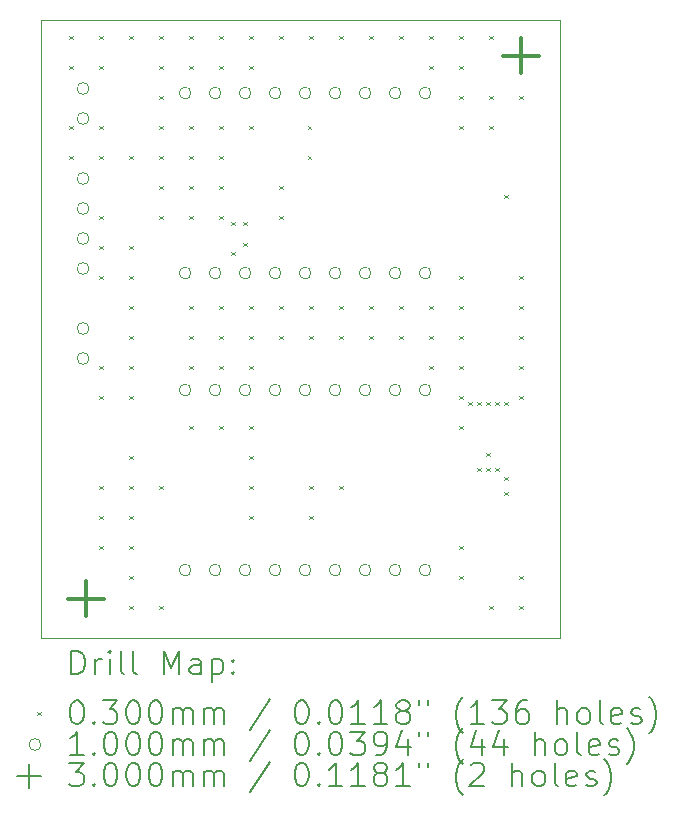
<source format=gbr>
%TF.GenerationSoftware,KiCad,Pcbnew,(6.0.9)*%
%TF.CreationDate,2022-12-10T14:47:03+01:00*%
%TF.ProjectId,Hygrometer_SMD_doubleSided,48796772-6f6d-4657-9465-725f534d445f,rev?*%
%TF.SameCoordinates,Original*%
%TF.FileFunction,Drillmap*%
%TF.FilePolarity,Positive*%
%FSLAX45Y45*%
G04 Gerber Fmt 4.5, Leading zero omitted, Abs format (unit mm)*
G04 Created by KiCad (PCBNEW (6.0.9)) date 2022-12-10 14:47:03*
%MOMM*%
%LPD*%
G01*
G04 APERTURE LIST*
%ADD10C,0.038100*%
%ADD11C,0.200000*%
%ADD12C,0.030000*%
%ADD13C,0.100000*%
%ADD14C,0.299999*%
G04 APERTURE END LIST*
D10*
X4455800Y-7996000D02*
X4455800Y-2763600D01*
X8850800Y-7996000D02*
X4455800Y-7996000D01*
X8849200Y-2763600D02*
X8850800Y-7996000D01*
X4455800Y-2763600D02*
X8849200Y-2763600D01*
D11*
D12*
X4694800Y-2901000D02*
X4724800Y-2931000D01*
X4724800Y-2901000D02*
X4694800Y-2931000D01*
X4694800Y-3155000D02*
X4724800Y-3185000D01*
X4724800Y-3155000D02*
X4694800Y-3185000D01*
X4694800Y-3663000D02*
X4724800Y-3693000D01*
X4724800Y-3663000D02*
X4694800Y-3693000D01*
X4694800Y-3917000D02*
X4724800Y-3947000D01*
X4724800Y-3917000D02*
X4694800Y-3947000D01*
X4948800Y-2901000D02*
X4978800Y-2931000D01*
X4978800Y-2901000D02*
X4948800Y-2931000D01*
X4948800Y-3155000D02*
X4978800Y-3185000D01*
X4978800Y-3155000D02*
X4948800Y-3185000D01*
X4948800Y-3663000D02*
X4978800Y-3693000D01*
X4978800Y-3663000D02*
X4948800Y-3693000D01*
X4948800Y-3917000D02*
X4978800Y-3947000D01*
X4978800Y-3917000D02*
X4948800Y-3947000D01*
X4948800Y-4425000D02*
X4978800Y-4455000D01*
X4978800Y-4425000D02*
X4948800Y-4455000D01*
X4948800Y-4679000D02*
X4978800Y-4709000D01*
X4978800Y-4679000D02*
X4948800Y-4709000D01*
X4948800Y-4933000D02*
X4978800Y-4963000D01*
X4978800Y-4933000D02*
X4948800Y-4963000D01*
X4948800Y-5695000D02*
X4978800Y-5725000D01*
X4978800Y-5695000D02*
X4948800Y-5725000D01*
X4948800Y-5949000D02*
X4978800Y-5979000D01*
X4978800Y-5949000D02*
X4948800Y-5979000D01*
X4948800Y-6711000D02*
X4978800Y-6741000D01*
X4978800Y-6711000D02*
X4948800Y-6741000D01*
X4948800Y-6965000D02*
X4978800Y-6995000D01*
X4978800Y-6965000D02*
X4948800Y-6995000D01*
X4948800Y-7219000D02*
X4978800Y-7249000D01*
X4978800Y-7219000D02*
X4948800Y-7249000D01*
X5202800Y-2901000D02*
X5232800Y-2931000D01*
X5232800Y-2901000D02*
X5202800Y-2931000D01*
X5202800Y-3917000D02*
X5232800Y-3947000D01*
X5232800Y-3917000D02*
X5202800Y-3947000D01*
X5202800Y-4679000D02*
X5232800Y-4709000D01*
X5232800Y-4679000D02*
X5202800Y-4709000D01*
X5202800Y-4933000D02*
X5232800Y-4963000D01*
X5232800Y-4933000D02*
X5202800Y-4963000D01*
X5202800Y-5187000D02*
X5232800Y-5217000D01*
X5232800Y-5187000D02*
X5202800Y-5217000D01*
X5202800Y-5441000D02*
X5232800Y-5471000D01*
X5232800Y-5441000D02*
X5202800Y-5471000D01*
X5202800Y-5695000D02*
X5232800Y-5725000D01*
X5232800Y-5695000D02*
X5202800Y-5725000D01*
X5202800Y-5949000D02*
X5232800Y-5979000D01*
X5232800Y-5949000D02*
X5202800Y-5979000D01*
X5202800Y-6457000D02*
X5232800Y-6487000D01*
X5232800Y-6457000D02*
X5202800Y-6487000D01*
X5202800Y-6711000D02*
X5232800Y-6741000D01*
X5232800Y-6711000D02*
X5202800Y-6741000D01*
X5202800Y-6965000D02*
X5232800Y-6995000D01*
X5232800Y-6965000D02*
X5202800Y-6995000D01*
X5202800Y-7219000D02*
X5232800Y-7249000D01*
X5232800Y-7219000D02*
X5202800Y-7249000D01*
X5202800Y-7473000D02*
X5232800Y-7503000D01*
X5232800Y-7473000D02*
X5202800Y-7503000D01*
X5202800Y-7727000D02*
X5232800Y-7757000D01*
X5232800Y-7727000D02*
X5202800Y-7757000D01*
X5456800Y-2901000D02*
X5486800Y-2931000D01*
X5486800Y-2901000D02*
X5456800Y-2931000D01*
X5456800Y-3155000D02*
X5486800Y-3185000D01*
X5486800Y-3155000D02*
X5456800Y-3185000D01*
X5456800Y-3409000D02*
X5486800Y-3439000D01*
X5486800Y-3409000D02*
X5456800Y-3439000D01*
X5456800Y-3663000D02*
X5486800Y-3693000D01*
X5486800Y-3663000D02*
X5456800Y-3693000D01*
X5456800Y-3917000D02*
X5486800Y-3947000D01*
X5486800Y-3917000D02*
X5456800Y-3947000D01*
X5456800Y-4171000D02*
X5486800Y-4201000D01*
X5486800Y-4171000D02*
X5456800Y-4201000D01*
X5456800Y-4425000D02*
X5486800Y-4455000D01*
X5486800Y-4425000D02*
X5456800Y-4455000D01*
X5456800Y-6711000D02*
X5486800Y-6741000D01*
X5486800Y-6711000D02*
X5456800Y-6741000D01*
X5456800Y-7727000D02*
X5486800Y-7757000D01*
X5486800Y-7727000D02*
X5456800Y-7757000D01*
X5710800Y-2901000D02*
X5740800Y-2931000D01*
X5740800Y-2901000D02*
X5710800Y-2931000D01*
X5710800Y-3155000D02*
X5740800Y-3185000D01*
X5740800Y-3155000D02*
X5710800Y-3185000D01*
X5710800Y-3663000D02*
X5740800Y-3693000D01*
X5740800Y-3663000D02*
X5710800Y-3693000D01*
X5710800Y-3917000D02*
X5740800Y-3947000D01*
X5740800Y-3917000D02*
X5710800Y-3947000D01*
X5710800Y-4171000D02*
X5740800Y-4201000D01*
X5740800Y-4171000D02*
X5710800Y-4201000D01*
X5710800Y-4425000D02*
X5740800Y-4455000D01*
X5740800Y-4425000D02*
X5710800Y-4455000D01*
X5710800Y-5187000D02*
X5740800Y-5217000D01*
X5740800Y-5187000D02*
X5710800Y-5217000D01*
X5710800Y-5441000D02*
X5740800Y-5471000D01*
X5740800Y-5441000D02*
X5710800Y-5471000D01*
X5710800Y-5695000D02*
X5740800Y-5725000D01*
X5740800Y-5695000D02*
X5710800Y-5725000D01*
X5710800Y-6203000D02*
X5740800Y-6233000D01*
X5740800Y-6203000D02*
X5710800Y-6233000D01*
X5964800Y-2901000D02*
X5994800Y-2931000D01*
X5994800Y-2901000D02*
X5964800Y-2931000D01*
X5964800Y-3155000D02*
X5994800Y-3185000D01*
X5994800Y-3155000D02*
X5964800Y-3185000D01*
X5964800Y-3663000D02*
X5994800Y-3693000D01*
X5994800Y-3663000D02*
X5964800Y-3693000D01*
X5964800Y-3917000D02*
X5994800Y-3947000D01*
X5994800Y-3917000D02*
X5964800Y-3947000D01*
X5964800Y-4171000D02*
X5994800Y-4201000D01*
X5994800Y-4171000D02*
X5964800Y-4201000D01*
X5964800Y-4425000D02*
X5994800Y-4455000D01*
X5994800Y-4425000D02*
X5964800Y-4455000D01*
X5964800Y-5187000D02*
X5994800Y-5217000D01*
X5994800Y-5187000D02*
X5964800Y-5217000D01*
X5964800Y-5441000D02*
X5994800Y-5471000D01*
X5994800Y-5441000D02*
X5964800Y-5471000D01*
X5964800Y-5695000D02*
X5994800Y-5725000D01*
X5994800Y-5695000D02*
X5964800Y-5725000D01*
X5964800Y-6203000D02*
X5994800Y-6233000D01*
X5994800Y-6203000D02*
X5964800Y-6233000D01*
X6066400Y-4475800D02*
X6096400Y-4505800D01*
X6096400Y-4475800D02*
X6066400Y-4505800D01*
X6066400Y-4729800D02*
X6096400Y-4759800D01*
X6096400Y-4729800D02*
X6066400Y-4759800D01*
X6168000Y-4475800D02*
X6198000Y-4505800D01*
X6198000Y-4475800D02*
X6168000Y-4505800D01*
X6168000Y-4653600D02*
X6198000Y-4683600D01*
X6198000Y-4653600D02*
X6168000Y-4683600D01*
X6218800Y-2901000D02*
X6248800Y-2931000D01*
X6248800Y-2901000D02*
X6218800Y-2931000D01*
X6218800Y-3155000D02*
X6248800Y-3185000D01*
X6248800Y-3155000D02*
X6218800Y-3185000D01*
X6218800Y-3663000D02*
X6248800Y-3693000D01*
X6248800Y-3663000D02*
X6218800Y-3693000D01*
X6218800Y-5187000D02*
X6248800Y-5217000D01*
X6248800Y-5187000D02*
X6218800Y-5217000D01*
X6218800Y-5441000D02*
X6248800Y-5471000D01*
X6248800Y-5441000D02*
X6218800Y-5471000D01*
X6218800Y-5695000D02*
X6248800Y-5725000D01*
X6248800Y-5695000D02*
X6218800Y-5725000D01*
X6218800Y-6203000D02*
X6248800Y-6233000D01*
X6248800Y-6203000D02*
X6218800Y-6233000D01*
X6218800Y-6457000D02*
X6248800Y-6487000D01*
X6248800Y-6457000D02*
X6218800Y-6487000D01*
X6218800Y-6711000D02*
X6248800Y-6741000D01*
X6248800Y-6711000D02*
X6218800Y-6741000D01*
X6218800Y-6965000D02*
X6248800Y-6995000D01*
X6248800Y-6965000D02*
X6218800Y-6995000D01*
X6472800Y-2901000D02*
X6502800Y-2931000D01*
X6502800Y-2901000D02*
X6472800Y-2931000D01*
X6472800Y-4171000D02*
X6502800Y-4201000D01*
X6502800Y-4171000D02*
X6472800Y-4201000D01*
X6472800Y-4425000D02*
X6502800Y-4455000D01*
X6502800Y-4425000D02*
X6472800Y-4455000D01*
X6472800Y-5187000D02*
X6502800Y-5217000D01*
X6502800Y-5187000D02*
X6472800Y-5217000D01*
X6472800Y-5441000D02*
X6502800Y-5471000D01*
X6502800Y-5441000D02*
X6472800Y-5471000D01*
X6714100Y-3663000D02*
X6744100Y-3693000D01*
X6744100Y-3663000D02*
X6714100Y-3693000D01*
X6714100Y-3917000D02*
X6744100Y-3947000D01*
X6744100Y-3917000D02*
X6714100Y-3947000D01*
X6726800Y-2901000D02*
X6756800Y-2931000D01*
X6756800Y-2901000D02*
X6726800Y-2931000D01*
X6726800Y-5187000D02*
X6756800Y-5217000D01*
X6756800Y-5187000D02*
X6726800Y-5217000D01*
X6726800Y-5441000D02*
X6756800Y-5471000D01*
X6756800Y-5441000D02*
X6726800Y-5471000D01*
X6726800Y-6711000D02*
X6756800Y-6741000D01*
X6756800Y-6711000D02*
X6726800Y-6741000D01*
X6726800Y-6965000D02*
X6756800Y-6995000D01*
X6756800Y-6965000D02*
X6726800Y-6995000D01*
X6980800Y-2901000D02*
X7010800Y-2931000D01*
X7010800Y-2901000D02*
X6980800Y-2931000D01*
X6980800Y-5187000D02*
X7010800Y-5217000D01*
X7010800Y-5187000D02*
X6980800Y-5217000D01*
X6980800Y-5441000D02*
X7010800Y-5471000D01*
X7010800Y-5441000D02*
X6980800Y-5471000D01*
X6980800Y-6711000D02*
X7010800Y-6741000D01*
X7010800Y-6711000D02*
X6980800Y-6741000D01*
X7234800Y-2901000D02*
X7264800Y-2931000D01*
X7264800Y-2901000D02*
X7234800Y-2931000D01*
X7234800Y-5187000D02*
X7264800Y-5217000D01*
X7264800Y-5187000D02*
X7234800Y-5217000D01*
X7234800Y-5441000D02*
X7264800Y-5471000D01*
X7264800Y-5441000D02*
X7234800Y-5471000D01*
X7488800Y-2901000D02*
X7518800Y-2931000D01*
X7518800Y-2901000D02*
X7488800Y-2931000D01*
X7488800Y-5187000D02*
X7518800Y-5217000D01*
X7518800Y-5187000D02*
X7488800Y-5217000D01*
X7488800Y-5441000D02*
X7518800Y-5471000D01*
X7518800Y-5441000D02*
X7488800Y-5471000D01*
X7742800Y-2901000D02*
X7772800Y-2931000D01*
X7772800Y-2901000D02*
X7742800Y-2931000D01*
X7742800Y-3155000D02*
X7772800Y-3185000D01*
X7772800Y-3155000D02*
X7742800Y-3185000D01*
X7742800Y-5187000D02*
X7772800Y-5217000D01*
X7772800Y-5187000D02*
X7742800Y-5217000D01*
X7742800Y-5441000D02*
X7772800Y-5471000D01*
X7772800Y-5441000D02*
X7742800Y-5471000D01*
X7742800Y-5695000D02*
X7772800Y-5725000D01*
X7772800Y-5695000D02*
X7742800Y-5725000D01*
X7996800Y-2901000D02*
X8026800Y-2931000D01*
X8026800Y-2901000D02*
X7996800Y-2931000D01*
X7996800Y-3155000D02*
X8026800Y-3185000D01*
X8026800Y-3155000D02*
X7996800Y-3185000D01*
X7996800Y-3409000D02*
X8026800Y-3439000D01*
X8026800Y-3409000D02*
X7996800Y-3439000D01*
X7996800Y-3663000D02*
X8026800Y-3693000D01*
X8026800Y-3663000D02*
X7996800Y-3693000D01*
X7996800Y-4933000D02*
X8026800Y-4963000D01*
X8026800Y-4933000D02*
X7996800Y-4963000D01*
X7996800Y-5187000D02*
X8026800Y-5217000D01*
X8026800Y-5187000D02*
X7996800Y-5217000D01*
X7996800Y-5441000D02*
X8026800Y-5471000D01*
X8026800Y-5441000D02*
X7996800Y-5471000D01*
X7996800Y-5695000D02*
X8026800Y-5725000D01*
X8026800Y-5695000D02*
X7996800Y-5725000D01*
X7996800Y-5949000D02*
X8026800Y-5979000D01*
X8026800Y-5949000D02*
X7996800Y-5979000D01*
X7996800Y-6203000D02*
X8026800Y-6233000D01*
X8026800Y-6203000D02*
X7996800Y-6233000D01*
X7996800Y-7219000D02*
X8026800Y-7249000D01*
X8026800Y-7219000D02*
X7996800Y-7249000D01*
X7996800Y-7473000D02*
X8026800Y-7503000D01*
X8026800Y-7473000D02*
X7996800Y-7503000D01*
X8073000Y-5999800D02*
X8103000Y-6029800D01*
X8103000Y-5999800D02*
X8073000Y-6029800D01*
X8149200Y-5999800D02*
X8179200Y-6029800D01*
X8179200Y-5999800D02*
X8149200Y-6029800D01*
X8149618Y-6558937D02*
X8179618Y-6588937D01*
X8179618Y-6558937D02*
X8149618Y-6588937D01*
X8225400Y-5999800D02*
X8255400Y-6029800D01*
X8255400Y-5999800D02*
X8225400Y-6029800D01*
X8225400Y-6558600D02*
X8255400Y-6588600D01*
X8255400Y-6558600D02*
X8225400Y-6588600D01*
X8226179Y-6430302D02*
X8256179Y-6460302D01*
X8256179Y-6430302D02*
X8226179Y-6460302D01*
X8250800Y-2901000D02*
X8280800Y-2931000D01*
X8280800Y-2901000D02*
X8250800Y-2931000D01*
X8250800Y-3409000D02*
X8280800Y-3439000D01*
X8280800Y-3409000D02*
X8250800Y-3439000D01*
X8250800Y-3663000D02*
X8280800Y-3693000D01*
X8280800Y-3663000D02*
X8250800Y-3693000D01*
X8250800Y-7727000D02*
X8280800Y-7757000D01*
X8280800Y-7727000D02*
X8250800Y-7757000D01*
X8300302Y-6559898D02*
X8330302Y-6589898D01*
X8330302Y-6559898D02*
X8300302Y-6589898D01*
X8301600Y-5999800D02*
X8331600Y-6029800D01*
X8331600Y-5999800D02*
X8301600Y-6029800D01*
X8377800Y-4247200D02*
X8407800Y-4277200D01*
X8407800Y-4247200D02*
X8377800Y-4277200D01*
X8377800Y-6634800D02*
X8407800Y-6664800D01*
X8407800Y-6634800D02*
X8377800Y-6664800D01*
X8377800Y-6761800D02*
X8407800Y-6791800D01*
X8407800Y-6761800D02*
X8377800Y-6791800D01*
X8378838Y-6000838D02*
X8408838Y-6030838D01*
X8408838Y-6000838D02*
X8378838Y-6030838D01*
X8504800Y-3409000D02*
X8534800Y-3439000D01*
X8534800Y-3409000D02*
X8504800Y-3439000D01*
X8504800Y-4933000D02*
X8534800Y-4963000D01*
X8534800Y-4933000D02*
X8504800Y-4963000D01*
X8504800Y-5187000D02*
X8534800Y-5217000D01*
X8534800Y-5187000D02*
X8504800Y-5217000D01*
X8504800Y-5441000D02*
X8534800Y-5471000D01*
X8534800Y-5441000D02*
X8504800Y-5471000D01*
X8504800Y-5695000D02*
X8534800Y-5725000D01*
X8534800Y-5695000D02*
X8504800Y-5725000D01*
X8504800Y-5949000D02*
X8534800Y-5979000D01*
X8534800Y-5949000D02*
X8504800Y-5979000D01*
X8504800Y-7473000D02*
X8534800Y-7503000D01*
X8534800Y-7473000D02*
X8504800Y-7503000D01*
X8504800Y-7727000D02*
X8534800Y-7757000D01*
X8534800Y-7727000D02*
X8504800Y-7757000D01*
D13*
X4861400Y-3347800D02*
G75*
G03*
X4861400Y-3347800I-50000J0D01*
G01*
X4861400Y-3601800D02*
G75*
G03*
X4861400Y-3601800I-50000J0D01*
G01*
X4861400Y-4109800D02*
G75*
G03*
X4861400Y-4109800I-50000J0D01*
G01*
X4861400Y-4363800D02*
G75*
G03*
X4861400Y-4363800I-50000J0D01*
G01*
X4861400Y-4617800D02*
G75*
G03*
X4861400Y-4617800I-50000J0D01*
G01*
X4861400Y-4871800D02*
G75*
G03*
X4861400Y-4871800I-50000J0D01*
G01*
X4861400Y-5379300D02*
G75*
G03*
X4861400Y-5379300I-50000J0D01*
G01*
X4861400Y-5633300D02*
G75*
G03*
X4861400Y-5633300I-50000J0D01*
G01*
X5725000Y-3385900D02*
G75*
G03*
X5725000Y-3385900I-50000J0D01*
G01*
X5725000Y-4909900D02*
G75*
G03*
X5725000Y-4909900I-50000J0D01*
G01*
X5725000Y-5900500D02*
G75*
G03*
X5725000Y-5900500I-50000J0D01*
G01*
X5725000Y-7424500D02*
G75*
G03*
X5725000Y-7424500I-50000J0D01*
G01*
X5979000Y-3385900D02*
G75*
G03*
X5979000Y-3385900I-50000J0D01*
G01*
X5979000Y-4909900D02*
G75*
G03*
X5979000Y-4909900I-50000J0D01*
G01*
X5979000Y-5900500D02*
G75*
G03*
X5979000Y-5900500I-50000J0D01*
G01*
X5979000Y-7424500D02*
G75*
G03*
X5979000Y-7424500I-50000J0D01*
G01*
X6233000Y-3385900D02*
G75*
G03*
X6233000Y-3385900I-50000J0D01*
G01*
X6233000Y-4909900D02*
G75*
G03*
X6233000Y-4909900I-50000J0D01*
G01*
X6233000Y-5900500D02*
G75*
G03*
X6233000Y-5900500I-50000J0D01*
G01*
X6233000Y-7424500D02*
G75*
G03*
X6233000Y-7424500I-50000J0D01*
G01*
X6487000Y-3385900D02*
G75*
G03*
X6487000Y-3385900I-50000J0D01*
G01*
X6487000Y-4909900D02*
G75*
G03*
X6487000Y-4909900I-50000J0D01*
G01*
X6487000Y-5900500D02*
G75*
G03*
X6487000Y-5900500I-50000J0D01*
G01*
X6487000Y-7424500D02*
G75*
G03*
X6487000Y-7424500I-50000J0D01*
G01*
X6741000Y-3385900D02*
G75*
G03*
X6741000Y-3385900I-50000J0D01*
G01*
X6741000Y-4909900D02*
G75*
G03*
X6741000Y-4909900I-50000J0D01*
G01*
X6741000Y-5900500D02*
G75*
G03*
X6741000Y-5900500I-50000J0D01*
G01*
X6741000Y-7424500D02*
G75*
G03*
X6741000Y-7424500I-50000J0D01*
G01*
X6995000Y-3385900D02*
G75*
G03*
X6995000Y-3385900I-50000J0D01*
G01*
X6995000Y-4909900D02*
G75*
G03*
X6995000Y-4909900I-50000J0D01*
G01*
X6995000Y-5900500D02*
G75*
G03*
X6995000Y-5900500I-50000J0D01*
G01*
X6995000Y-7424500D02*
G75*
G03*
X6995000Y-7424500I-50000J0D01*
G01*
X7249000Y-3385900D02*
G75*
G03*
X7249000Y-3385900I-50000J0D01*
G01*
X7249000Y-4909900D02*
G75*
G03*
X7249000Y-4909900I-50000J0D01*
G01*
X7249000Y-5900500D02*
G75*
G03*
X7249000Y-5900500I-50000J0D01*
G01*
X7249000Y-7424500D02*
G75*
G03*
X7249000Y-7424500I-50000J0D01*
G01*
X7503000Y-3385900D02*
G75*
G03*
X7503000Y-3385900I-50000J0D01*
G01*
X7503000Y-4909900D02*
G75*
G03*
X7503000Y-4909900I-50000J0D01*
G01*
X7503000Y-5900500D02*
G75*
G03*
X7503000Y-5900500I-50000J0D01*
G01*
X7503000Y-7424500D02*
G75*
G03*
X7503000Y-7424500I-50000J0D01*
G01*
X7757000Y-3385900D02*
G75*
G03*
X7757000Y-3385900I-50000J0D01*
G01*
X7757000Y-4909900D02*
G75*
G03*
X7757000Y-4909900I-50000J0D01*
G01*
X7757000Y-5900500D02*
G75*
G03*
X7757000Y-5900500I-50000J0D01*
G01*
X7757000Y-7424500D02*
G75*
G03*
X7757000Y-7424500I-50000J0D01*
G01*
D14*
X4836800Y-7515800D02*
X4836800Y-7815800D01*
X4686800Y-7665800D02*
X4986800Y-7665800D01*
X8519800Y-2918400D02*
X8519800Y-3218400D01*
X8369800Y-3068400D02*
X8669800Y-3068400D01*
D11*
X4711514Y-8308381D02*
X4711514Y-8108381D01*
X4759133Y-8108381D01*
X4787705Y-8117905D01*
X4806752Y-8136953D01*
X4816276Y-8156000D01*
X4825800Y-8194095D01*
X4825800Y-8222667D01*
X4816276Y-8260762D01*
X4806752Y-8279810D01*
X4787705Y-8298857D01*
X4759133Y-8308381D01*
X4711514Y-8308381D01*
X4911514Y-8308381D02*
X4911514Y-8175048D01*
X4911514Y-8213143D02*
X4921038Y-8194095D01*
X4930562Y-8184572D01*
X4949609Y-8175048D01*
X4968657Y-8175048D01*
X5035324Y-8308381D02*
X5035324Y-8175048D01*
X5035324Y-8108381D02*
X5025800Y-8117905D01*
X5035324Y-8127429D01*
X5044847Y-8117905D01*
X5035324Y-8108381D01*
X5035324Y-8127429D01*
X5159133Y-8308381D02*
X5140085Y-8298857D01*
X5130562Y-8279810D01*
X5130562Y-8108381D01*
X5263895Y-8308381D02*
X5244847Y-8298857D01*
X5235324Y-8279810D01*
X5235324Y-8108381D01*
X5492466Y-8308381D02*
X5492466Y-8108381D01*
X5559133Y-8251238D01*
X5625800Y-8108381D01*
X5625800Y-8308381D01*
X5806752Y-8308381D02*
X5806752Y-8203619D01*
X5797228Y-8184572D01*
X5778181Y-8175048D01*
X5740085Y-8175048D01*
X5721038Y-8184572D01*
X5806752Y-8298857D02*
X5787704Y-8308381D01*
X5740085Y-8308381D01*
X5721038Y-8298857D01*
X5711514Y-8279810D01*
X5711514Y-8260762D01*
X5721038Y-8241714D01*
X5740085Y-8232191D01*
X5787704Y-8232191D01*
X5806752Y-8222667D01*
X5901990Y-8175048D02*
X5901990Y-8375048D01*
X5901990Y-8184572D02*
X5921038Y-8175048D01*
X5959133Y-8175048D01*
X5978181Y-8184572D01*
X5987704Y-8194095D01*
X5997228Y-8213143D01*
X5997228Y-8270286D01*
X5987704Y-8289333D01*
X5978181Y-8298857D01*
X5959133Y-8308381D01*
X5921038Y-8308381D01*
X5901990Y-8298857D01*
X6082943Y-8289333D02*
X6092466Y-8298857D01*
X6082943Y-8308381D01*
X6073419Y-8298857D01*
X6082943Y-8289333D01*
X6082943Y-8308381D01*
X6082943Y-8184572D02*
X6092466Y-8194095D01*
X6082943Y-8203619D01*
X6073419Y-8194095D01*
X6082943Y-8184572D01*
X6082943Y-8203619D01*
D12*
X4423895Y-8622905D02*
X4453895Y-8652905D01*
X4453895Y-8622905D02*
X4423895Y-8652905D01*
D11*
X4749609Y-8528381D02*
X4768657Y-8528381D01*
X4787705Y-8537905D01*
X4797228Y-8547429D01*
X4806752Y-8566476D01*
X4816276Y-8604572D01*
X4816276Y-8652191D01*
X4806752Y-8690286D01*
X4797228Y-8709334D01*
X4787705Y-8718857D01*
X4768657Y-8728381D01*
X4749609Y-8728381D01*
X4730562Y-8718857D01*
X4721038Y-8709334D01*
X4711514Y-8690286D01*
X4701990Y-8652191D01*
X4701990Y-8604572D01*
X4711514Y-8566476D01*
X4721038Y-8547429D01*
X4730562Y-8537905D01*
X4749609Y-8528381D01*
X4901990Y-8709334D02*
X4911514Y-8718857D01*
X4901990Y-8728381D01*
X4892466Y-8718857D01*
X4901990Y-8709334D01*
X4901990Y-8728381D01*
X4978181Y-8528381D02*
X5101990Y-8528381D01*
X5035324Y-8604572D01*
X5063895Y-8604572D01*
X5082943Y-8614095D01*
X5092466Y-8623619D01*
X5101990Y-8642667D01*
X5101990Y-8690286D01*
X5092466Y-8709334D01*
X5082943Y-8718857D01*
X5063895Y-8728381D01*
X5006752Y-8728381D01*
X4987705Y-8718857D01*
X4978181Y-8709334D01*
X5225800Y-8528381D02*
X5244847Y-8528381D01*
X5263895Y-8537905D01*
X5273419Y-8547429D01*
X5282943Y-8566476D01*
X5292466Y-8604572D01*
X5292466Y-8652191D01*
X5282943Y-8690286D01*
X5273419Y-8709334D01*
X5263895Y-8718857D01*
X5244847Y-8728381D01*
X5225800Y-8728381D01*
X5206752Y-8718857D01*
X5197228Y-8709334D01*
X5187705Y-8690286D01*
X5178181Y-8652191D01*
X5178181Y-8604572D01*
X5187705Y-8566476D01*
X5197228Y-8547429D01*
X5206752Y-8537905D01*
X5225800Y-8528381D01*
X5416276Y-8528381D02*
X5435324Y-8528381D01*
X5454371Y-8537905D01*
X5463895Y-8547429D01*
X5473419Y-8566476D01*
X5482943Y-8604572D01*
X5482943Y-8652191D01*
X5473419Y-8690286D01*
X5463895Y-8709334D01*
X5454371Y-8718857D01*
X5435324Y-8728381D01*
X5416276Y-8728381D01*
X5397228Y-8718857D01*
X5387705Y-8709334D01*
X5378181Y-8690286D01*
X5368657Y-8652191D01*
X5368657Y-8604572D01*
X5378181Y-8566476D01*
X5387705Y-8547429D01*
X5397228Y-8537905D01*
X5416276Y-8528381D01*
X5568657Y-8728381D02*
X5568657Y-8595048D01*
X5568657Y-8614095D02*
X5578181Y-8604572D01*
X5597228Y-8595048D01*
X5625800Y-8595048D01*
X5644847Y-8604572D01*
X5654371Y-8623619D01*
X5654371Y-8728381D01*
X5654371Y-8623619D02*
X5663895Y-8604572D01*
X5682943Y-8595048D01*
X5711514Y-8595048D01*
X5730562Y-8604572D01*
X5740085Y-8623619D01*
X5740085Y-8728381D01*
X5835323Y-8728381D02*
X5835323Y-8595048D01*
X5835323Y-8614095D02*
X5844847Y-8604572D01*
X5863895Y-8595048D01*
X5892466Y-8595048D01*
X5911514Y-8604572D01*
X5921038Y-8623619D01*
X5921038Y-8728381D01*
X5921038Y-8623619D02*
X5930562Y-8604572D01*
X5949609Y-8595048D01*
X5978181Y-8595048D01*
X5997228Y-8604572D01*
X6006752Y-8623619D01*
X6006752Y-8728381D01*
X6397228Y-8518857D02*
X6225800Y-8776000D01*
X6654371Y-8528381D02*
X6673419Y-8528381D01*
X6692466Y-8537905D01*
X6701990Y-8547429D01*
X6711514Y-8566476D01*
X6721038Y-8604572D01*
X6721038Y-8652191D01*
X6711514Y-8690286D01*
X6701990Y-8709334D01*
X6692466Y-8718857D01*
X6673419Y-8728381D01*
X6654371Y-8728381D01*
X6635323Y-8718857D01*
X6625800Y-8709334D01*
X6616276Y-8690286D01*
X6606752Y-8652191D01*
X6606752Y-8604572D01*
X6616276Y-8566476D01*
X6625800Y-8547429D01*
X6635323Y-8537905D01*
X6654371Y-8528381D01*
X6806752Y-8709334D02*
X6816276Y-8718857D01*
X6806752Y-8728381D01*
X6797228Y-8718857D01*
X6806752Y-8709334D01*
X6806752Y-8728381D01*
X6940085Y-8528381D02*
X6959133Y-8528381D01*
X6978181Y-8537905D01*
X6987704Y-8547429D01*
X6997228Y-8566476D01*
X7006752Y-8604572D01*
X7006752Y-8652191D01*
X6997228Y-8690286D01*
X6987704Y-8709334D01*
X6978181Y-8718857D01*
X6959133Y-8728381D01*
X6940085Y-8728381D01*
X6921038Y-8718857D01*
X6911514Y-8709334D01*
X6901990Y-8690286D01*
X6892466Y-8652191D01*
X6892466Y-8604572D01*
X6901990Y-8566476D01*
X6911514Y-8547429D01*
X6921038Y-8537905D01*
X6940085Y-8528381D01*
X7197228Y-8728381D02*
X7082943Y-8728381D01*
X7140085Y-8728381D02*
X7140085Y-8528381D01*
X7121038Y-8556953D01*
X7101990Y-8576000D01*
X7082943Y-8585524D01*
X7387704Y-8728381D02*
X7273419Y-8728381D01*
X7330562Y-8728381D02*
X7330562Y-8528381D01*
X7311514Y-8556953D01*
X7292466Y-8576000D01*
X7273419Y-8585524D01*
X7501990Y-8614095D02*
X7482943Y-8604572D01*
X7473419Y-8595048D01*
X7463895Y-8576000D01*
X7463895Y-8566476D01*
X7473419Y-8547429D01*
X7482943Y-8537905D01*
X7501990Y-8528381D01*
X7540085Y-8528381D01*
X7559133Y-8537905D01*
X7568657Y-8547429D01*
X7578181Y-8566476D01*
X7578181Y-8576000D01*
X7568657Y-8595048D01*
X7559133Y-8604572D01*
X7540085Y-8614095D01*
X7501990Y-8614095D01*
X7482943Y-8623619D01*
X7473419Y-8633143D01*
X7463895Y-8652191D01*
X7463895Y-8690286D01*
X7473419Y-8709334D01*
X7482943Y-8718857D01*
X7501990Y-8728381D01*
X7540085Y-8728381D01*
X7559133Y-8718857D01*
X7568657Y-8709334D01*
X7578181Y-8690286D01*
X7578181Y-8652191D01*
X7568657Y-8633143D01*
X7559133Y-8623619D01*
X7540085Y-8614095D01*
X7654371Y-8528381D02*
X7654371Y-8566476D01*
X7730562Y-8528381D02*
X7730562Y-8566476D01*
X8025800Y-8804572D02*
X8016276Y-8795048D01*
X7997228Y-8766476D01*
X7987704Y-8747429D01*
X7978181Y-8718857D01*
X7968657Y-8671238D01*
X7968657Y-8633143D01*
X7978181Y-8585524D01*
X7987704Y-8556953D01*
X7997228Y-8537905D01*
X8016276Y-8509334D01*
X8025800Y-8499810D01*
X8206752Y-8728381D02*
X8092466Y-8728381D01*
X8149609Y-8728381D02*
X8149609Y-8528381D01*
X8130562Y-8556953D01*
X8111514Y-8576000D01*
X8092466Y-8585524D01*
X8273419Y-8528381D02*
X8397228Y-8528381D01*
X8330562Y-8604572D01*
X8359133Y-8604572D01*
X8378181Y-8614095D01*
X8387704Y-8623619D01*
X8397228Y-8642667D01*
X8397228Y-8690286D01*
X8387704Y-8709334D01*
X8378181Y-8718857D01*
X8359133Y-8728381D01*
X8301990Y-8728381D01*
X8282943Y-8718857D01*
X8273419Y-8709334D01*
X8568657Y-8528381D02*
X8530562Y-8528381D01*
X8511514Y-8537905D01*
X8501990Y-8547429D01*
X8482943Y-8576000D01*
X8473419Y-8614095D01*
X8473419Y-8690286D01*
X8482943Y-8709334D01*
X8492466Y-8718857D01*
X8511514Y-8728381D01*
X8549609Y-8728381D01*
X8568657Y-8718857D01*
X8578181Y-8709334D01*
X8587705Y-8690286D01*
X8587705Y-8642667D01*
X8578181Y-8623619D01*
X8568657Y-8614095D01*
X8549609Y-8604572D01*
X8511514Y-8604572D01*
X8492466Y-8614095D01*
X8482943Y-8623619D01*
X8473419Y-8642667D01*
X8825800Y-8728381D02*
X8825800Y-8528381D01*
X8911514Y-8728381D02*
X8911514Y-8623619D01*
X8901990Y-8604572D01*
X8882943Y-8595048D01*
X8854371Y-8595048D01*
X8835324Y-8604572D01*
X8825800Y-8614095D01*
X9035324Y-8728381D02*
X9016276Y-8718857D01*
X9006752Y-8709334D01*
X8997228Y-8690286D01*
X8997228Y-8633143D01*
X9006752Y-8614095D01*
X9016276Y-8604572D01*
X9035324Y-8595048D01*
X9063895Y-8595048D01*
X9082943Y-8604572D01*
X9092466Y-8614095D01*
X9101990Y-8633143D01*
X9101990Y-8690286D01*
X9092466Y-8709334D01*
X9082943Y-8718857D01*
X9063895Y-8728381D01*
X9035324Y-8728381D01*
X9216276Y-8728381D02*
X9197228Y-8718857D01*
X9187705Y-8699810D01*
X9187705Y-8528381D01*
X9368657Y-8718857D02*
X9349609Y-8728381D01*
X9311514Y-8728381D01*
X9292466Y-8718857D01*
X9282943Y-8699810D01*
X9282943Y-8623619D01*
X9292466Y-8604572D01*
X9311514Y-8595048D01*
X9349609Y-8595048D01*
X9368657Y-8604572D01*
X9378181Y-8623619D01*
X9378181Y-8642667D01*
X9282943Y-8661715D01*
X9454371Y-8718857D02*
X9473419Y-8728381D01*
X9511514Y-8728381D01*
X9530562Y-8718857D01*
X9540085Y-8699810D01*
X9540085Y-8690286D01*
X9530562Y-8671238D01*
X9511514Y-8661715D01*
X9482943Y-8661715D01*
X9463895Y-8652191D01*
X9454371Y-8633143D01*
X9454371Y-8623619D01*
X9463895Y-8604572D01*
X9482943Y-8595048D01*
X9511514Y-8595048D01*
X9530562Y-8604572D01*
X9606752Y-8804572D02*
X9616276Y-8795048D01*
X9635324Y-8766476D01*
X9644847Y-8747429D01*
X9654371Y-8718857D01*
X9663895Y-8671238D01*
X9663895Y-8633143D01*
X9654371Y-8585524D01*
X9644847Y-8556953D01*
X9635324Y-8537905D01*
X9616276Y-8509334D01*
X9606752Y-8499810D01*
D13*
X4453895Y-8901905D02*
G75*
G03*
X4453895Y-8901905I-50000J0D01*
G01*
D11*
X4816276Y-8992381D02*
X4701990Y-8992381D01*
X4759133Y-8992381D02*
X4759133Y-8792381D01*
X4740085Y-8820953D01*
X4721038Y-8840000D01*
X4701990Y-8849524D01*
X4901990Y-8973334D02*
X4911514Y-8982857D01*
X4901990Y-8992381D01*
X4892466Y-8982857D01*
X4901990Y-8973334D01*
X4901990Y-8992381D01*
X5035324Y-8792381D02*
X5054371Y-8792381D01*
X5073419Y-8801905D01*
X5082943Y-8811429D01*
X5092466Y-8830476D01*
X5101990Y-8868572D01*
X5101990Y-8916191D01*
X5092466Y-8954286D01*
X5082943Y-8973334D01*
X5073419Y-8982857D01*
X5054371Y-8992381D01*
X5035324Y-8992381D01*
X5016276Y-8982857D01*
X5006752Y-8973334D01*
X4997228Y-8954286D01*
X4987705Y-8916191D01*
X4987705Y-8868572D01*
X4997228Y-8830476D01*
X5006752Y-8811429D01*
X5016276Y-8801905D01*
X5035324Y-8792381D01*
X5225800Y-8792381D02*
X5244847Y-8792381D01*
X5263895Y-8801905D01*
X5273419Y-8811429D01*
X5282943Y-8830476D01*
X5292466Y-8868572D01*
X5292466Y-8916191D01*
X5282943Y-8954286D01*
X5273419Y-8973334D01*
X5263895Y-8982857D01*
X5244847Y-8992381D01*
X5225800Y-8992381D01*
X5206752Y-8982857D01*
X5197228Y-8973334D01*
X5187705Y-8954286D01*
X5178181Y-8916191D01*
X5178181Y-8868572D01*
X5187705Y-8830476D01*
X5197228Y-8811429D01*
X5206752Y-8801905D01*
X5225800Y-8792381D01*
X5416276Y-8792381D02*
X5435324Y-8792381D01*
X5454371Y-8801905D01*
X5463895Y-8811429D01*
X5473419Y-8830476D01*
X5482943Y-8868572D01*
X5482943Y-8916191D01*
X5473419Y-8954286D01*
X5463895Y-8973334D01*
X5454371Y-8982857D01*
X5435324Y-8992381D01*
X5416276Y-8992381D01*
X5397228Y-8982857D01*
X5387705Y-8973334D01*
X5378181Y-8954286D01*
X5368657Y-8916191D01*
X5368657Y-8868572D01*
X5378181Y-8830476D01*
X5387705Y-8811429D01*
X5397228Y-8801905D01*
X5416276Y-8792381D01*
X5568657Y-8992381D02*
X5568657Y-8859048D01*
X5568657Y-8878095D02*
X5578181Y-8868572D01*
X5597228Y-8859048D01*
X5625800Y-8859048D01*
X5644847Y-8868572D01*
X5654371Y-8887619D01*
X5654371Y-8992381D01*
X5654371Y-8887619D02*
X5663895Y-8868572D01*
X5682943Y-8859048D01*
X5711514Y-8859048D01*
X5730562Y-8868572D01*
X5740085Y-8887619D01*
X5740085Y-8992381D01*
X5835323Y-8992381D02*
X5835323Y-8859048D01*
X5835323Y-8878095D02*
X5844847Y-8868572D01*
X5863895Y-8859048D01*
X5892466Y-8859048D01*
X5911514Y-8868572D01*
X5921038Y-8887619D01*
X5921038Y-8992381D01*
X5921038Y-8887619D02*
X5930562Y-8868572D01*
X5949609Y-8859048D01*
X5978181Y-8859048D01*
X5997228Y-8868572D01*
X6006752Y-8887619D01*
X6006752Y-8992381D01*
X6397228Y-8782857D02*
X6225800Y-9040000D01*
X6654371Y-8792381D02*
X6673419Y-8792381D01*
X6692466Y-8801905D01*
X6701990Y-8811429D01*
X6711514Y-8830476D01*
X6721038Y-8868572D01*
X6721038Y-8916191D01*
X6711514Y-8954286D01*
X6701990Y-8973334D01*
X6692466Y-8982857D01*
X6673419Y-8992381D01*
X6654371Y-8992381D01*
X6635323Y-8982857D01*
X6625800Y-8973334D01*
X6616276Y-8954286D01*
X6606752Y-8916191D01*
X6606752Y-8868572D01*
X6616276Y-8830476D01*
X6625800Y-8811429D01*
X6635323Y-8801905D01*
X6654371Y-8792381D01*
X6806752Y-8973334D02*
X6816276Y-8982857D01*
X6806752Y-8992381D01*
X6797228Y-8982857D01*
X6806752Y-8973334D01*
X6806752Y-8992381D01*
X6940085Y-8792381D02*
X6959133Y-8792381D01*
X6978181Y-8801905D01*
X6987704Y-8811429D01*
X6997228Y-8830476D01*
X7006752Y-8868572D01*
X7006752Y-8916191D01*
X6997228Y-8954286D01*
X6987704Y-8973334D01*
X6978181Y-8982857D01*
X6959133Y-8992381D01*
X6940085Y-8992381D01*
X6921038Y-8982857D01*
X6911514Y-8973334D01*
X6901990Y-8954286D01*
X6892466Y-8916191D01*
X6892466Y-8868572D01*
X6901990Y-8830476D01*
X6911514Y-8811429D01*
X6921038Y-8801905D01*
X6940085Y-8792381D01*
X7073419Y-8792381D02*
X7197228Y-8792381D01*
X7130562Y-8868572D01*
X7159133Y-8868572D01*
X7178181Y-8878095D01*
X7187704Y-8887619D01*
X7197228Y-8906667D01*
X7197228Y-8954286D01*
X7187704Y-8973334D01*
X7178181Y-8982857D01*
X7159133Y-8992381D01*
X7101990Y-8992381D01*
X7082943Y-8982857D01*
X7073419Y-8973334D01*
X7292466Y-8992381D02*
X7330562Y-8992381D01*
X7349609Y-8982857D01*
X7359133Y-8973334D01*
X7378181Y-8944762D01*
X7387704Y-8906667D01*
X7387704Y-8830476D01*
X7378181Y-8811429D01*
X7368657Y-8801905D01*
X7349609Y-8792381D01*
X7311514Y-8792381D01*
X7292466Y-8801905D01*
X7282943Y-8811429D01*
X7273419Y-8830476D01*
X7273419Y-8878095D01*
X7282943Y-8897143D01*
X7292466Y-8906667D01*
X7311514Y-8916191D01*
X7349609Y-8916191D01*
X7368657Y-8906667D01*
X7378181Y-8897143D01*
X7387704Y-8878095D01*
X7559133Y-8859048D02*
X7559133Y-8992381D01*
X7511514Y-8782857D02*
X7463895Y-8925715D01*
X7587704Y-8925715D01*
X7654371Y-8792381D02*
X7654371Y-8830476D01*
X7730562Y-8792381D02*
X7730562Y-8830476D01*
X8025800Y-9068572D02*
X8016276Y-9059048D01*
X7997228Y-9030476D01*
X7987704Y-9011429D01*
X7978181Y-8982857D01*
X7968657Y-8935238D01*
X7968657Y-8897143D01*
X7978181Y-8849524D01*
X7987704Y-8820953D01*
X7997228Y-8801905D01*
X8016276Y-8773334D01*
X8025800Y-8763810D01*
X8187704Y-8859048D02*
X8187704Y-8992381D01*
X8140085Y-8782857D02*
X8092466Y-8925715D01*
X8216276Y-8925715D01*
X8378181Y-8859048D02*
X8378181Y-8992381D01*
X8330562Y-8782857D02*
X8282943Y-8925715D01*
X8406752Y-8925715D01*
X8635324Y-8992381D02*
X8635324Y-8792381D01*
X8721038Y-8992381D02*
X8721038Y-8887619D01*
X8711514Y-8868572D01*
X8692466Y-8859048D01*
X8663895Y-8859048D01*
X8644847Y-8868572D01*
X8635324Y-8878095D01*
X8844847Y-8992381D02*
X8825800Y-8982857D01*
X8816276Y-8973334D01*
X8806752Y-8954286D01*
X8806752Y-8897143D01*
X8816276Y-8878095D01*
X8825800Y-8868572D01*
X8844847Y-8859048D01*
X8873419Y-8859048D01*
X8892466Y-8868572D01*
X8901990Y-8878095D01*
X8911514Y-8897143D01*
X8911514Y-8954286D01*
X8901990Y-8973334D01*
X8892466Y-8982857D01*
X8873419Y-8992381D01*
X8844847Y-8992381D01*
X9025800Y-8992381D02*
X9006752Y-8982857D01*
X8997228Y-8963810D01*
X8997228Y-8792381D01*
X9178181Y-8982857D02*
X9159133Y-8992381D01*
X9121038Y-8992381D01*
X9101990Y-8982857D01*
X9092466Y-8963810D01*
X9092466Y-8887619D01*
X9101990Y-8868572D01*
X9121038Y-8859048D01*
X9159133Y-8859048D01*
X9178181Y-8868572D01*
X9187705Y-8887619D01*
X9187705Y-8906667D01*
X9092466Y-8925715D01*
X9263895Y-8982857D02*
X9282943Y-8992381D01*
X9321038Y-8992381D01*
X9340085Y-8982857D01*
X9349609Y-8963810D01*
X9349609Y-8954286D01*
X9340085Y-8935238D01*
X9321038Y-8925715D01*
X9292466Y-8925715D01*
X9273419Y-8916191D01*
X9263895Y-8897143D01*
X9263895Y-8887619D01*
X9273419Y-8868572D01*
X9292466Y-8859048D01*
X9321038Y-8859048D01*
X9340085Y-8868572D01*
X9416276Y-9068572D02*
X9425800Y-9059048D01*
X9444847Y-9030476D01*
X9454371Y-9011429D01*
X9463895Y-8982857D01*
X9473419Y-8935238D01*
X9473419Y-8897143D01*
X9463895Y-8849524D01*
X9454371Y-8820953D01*
X9444847Y-8801905D01*
X9425800Y-8773334D01*
X9416276Y-8763810D01*
X4353895Y-9065905D02*
X4353895Y-9265905D01*
X4253895Y-9165905D02*
X4453895Y-9165905D01*
X4692466Y-9056381D02*
X4816276Y-9056381D01*
X4749609Y-9132572D01*
X4778181Y-9132572D01*
X4797228Y-9142095D01*
X4806752Y-9151619D01*
X4816276Y-9170667D01*
X4816276Y-9218286D01*
X4806752Y-9237334D01*
X4797228Y-9246857D01*
X4778181Y-9256381D01*
X4721038Y-9256381D01*
X4701990Y-9246857D01*
X4692466Y-9237334D01*
X4901990Y-9237334D02*
X4911514Y-9246857D01*
X4901990Y-9256381D01*
X4892466Y-9246857D01*
X4901990Y-9237334D01*
X4901990Y-9256381D01*
X5035324Y-9056381D02*
X5054371Y-9056381D01*
X5073419Y-9065905D01*
X5082943Y-9075429D01*
X5092466Y-9094476D01*
X5101990Y-9132572D01*
X5101990Y-9180191D01*
X5092466Y-9218286D01*
X5082943Y-9237334D01*
X5073419Y-9246857D01*
X5054371Y-9256381D01*
X5035324Y-9256381D01*
X5016276Y-9246857D01*
X5006752Y-9237334D01*
X4997228Y-9218286D01*
X4987705Y-9180191D01*
X4987705Y-9132572D01*
X4997228Y-9094476D01*
X5006752Y-9075429D01*
X5016276Y-9065905D01*
X5035324Y-9056381D01*
X5225800Y-9056381D02*
X5244847Y-9056381D01*
X5263895Y-9065905D01*
X5273419Y-9075429D01*
X5282943Y-9094476D01*
X5292466Y-9132572D01*
X5292466Y-9180191D01*
X5282943Y-9218286D01*
X5273419Y-9237334D01*
X5263895Y-9246857D01*
X5244847Y-9256381D01*
X5225800Y-9256381D01*
X5206752Y-9246857D01*
X5197228Y-9237334D01*
X5187705Y-9218286D01*
X5178181Y-9180191D01*
X5178181Y-9132572D01*
X5187705Y-9094476D01*
X5197228Y-9075429D01*
X5206752Y-9065905D01*
X5225800Y-9056381D01*
X5416276Y-9056381D02*
X5435324Y-9056381D01*
X5454371Y-9065905D01*
X5463895Y-9075429D01*
X5473419Y-9094476D01*
X5482943Y-9132572D01*
X5482943Y-9180191D01*
X5473419Y-9218286D01*
X5463895Y-9237334D01*
X5454371Y-9246857D01*
X5435324Y-9256381D01*
X5416276Y-9256381D01*
X5397228Y-9246857D01*
X5387705Y-9237334D01*
X5378181Y-9218286D01*
X5368657Y-9180191D01*
X5368657Y-9132572D01*
X5378181Y-9094476D01*
X5387705Y-9075429D01*
X5397228Y-9065905D01*
X5416276Y-9056381D01*
X5568657Y-9256381D02*
X5568657Y-9123048D01*
X5568657Y-9142095D02*
X5578181Y-9132572D01*
X5597228Y-9123048D01*
X5625800Y-9123048D01*
X5644847Y-9132572D01*
X5654371Y-9151619D01*
X5654371Y-9256381D01*
X5654371Y-9151619D02*
X5663895Y-9132572D01*
X5682943Y-9123048D01*
X5711514Y-9123048D01*
X5730562Y-9132572D01*
X5740085Y-9151619D01*
X5740085Y-9256381D01*
X5835323Y-9256381D02*
X5835323Y-9123048D01*
X5835323Y-9142095D02*
X5844847Y-9132572D01*
X5863895Y-9123048D01*
X5892466Y-9123048D01*
X5911514Y-9132572D01*
X5921038Y-9151619D01*
X5921038Y-9256381D01*
X5921038Y-9151619D02*
X5930562Y-9132572D01*
X5949609Y-9123048D01*
X5978181Y-9123048D01*
X5997228Y-9132572D01*
X6006752Y-9151619D01*
X6006752Y-9256381D01*
X6397228Y-9046857D02*
X6225800Y-9304000D01*
X6654371Y-9056381D02*
X6673419Y-9056381D01*
X6692466Y-9065905D01*
X6701990Y-9075429D01*
X6711514Y-9094476D01*
X6721038Y-9132572D01*
X6721038Y-9180191D01*
X6711514Y-9218286D01*
X6701990Y-9237334D01*
X6692466Y-9246857D01*
X6673419Y-9256381D01*
X6654371Y-9256381D01*
X6635323Y-9246857D01*
X6625800Y-9237334D01*
X6616276Y-9218286D01*
X6606752Y-9180191D01*
X6606752Y-9132572D01*
X6616276Y-9094476D01*
X6625800Y-9075429D01*
X6635323Y-9065905D01*
X6654371Y-9056381D01*
X6806752Y-9237334D02*
X6816276Y-9246857D01*
X6806752Y-9256381D01*
X6797228Y-9246857D01*
X6806752Y-9237334D01*
X6806752Y-9256381D01*
X7006752Y-9256381D02*
X6892466Y-9256381D01*
X6949609Y-9256381D02*
X6949609Y-9056381D01*
X6930562Y-9084953D01*
X6911514Y-9104000D01*
X6892466Y-9113524D01*
X7197228Y-9256381D02*
X7082943Y-9256381D01*
X7140085Y-9256381D02*
X7140085Y-9056381D01*
X7121038Y-9084953D01*
X7101990Y-9104000D01*
X7082943Y-9113524D01*
X7311514Y-9142095D02*
X7292466Y-9132572D01*
X7282943Y-9123048D01*
X7273419Y-9104000D01*
X7273419Y-9094476D01*
X7282943Y-9075429D01*
X7292466Y-9065905D01*
X7311514Y-9056381D01*
X7349609Y-9056381D01*
X7368657Y-9065905D01*
X7378181Y-9075429D01*
X7387704Y-9094476D01*
X7387704Y-9104000D01*
X7378181Y-9123048D01*
X7368657Y-9132572D01*
X7349609Y-9142095D01*
X7311514Y-9142095D01*
X7292466Y-9151619D01*
X7282943Y-9161143D01*
X7273419Y-9180191D01*
X7273419Y-9218286D01*
X7282943Y-9237334D01*
X7292466Y-9246857D01*
X7311514Y-9256381D01*
X7349609Y-9256381D01*
X7368657Y-9246857D01*
X7378181Y-9237334D01*
X7387704Y-9218286D01*
X7387704Y-9180191D01*
X7378181Y-9161143D01*
X7368657Y-9151619D01*
X7349609Y-9142095D01*
X7578181Y-9256381D02*
X7463895Y-9256381D01*
X7521038Y-9256381D02*
X7521038Y-9056381D01*
X7501990Y-9084953D01*
X7482943Y-9104000D01*
X7463895Y-9113524D01*
X7654371Y-9056381D02*
X7654371Y-9094476D01*
X7730562Y-9056381D02*
X7730562Y-9094476D01*
X8025800Y-9332572D02*
X8016276Y-9323048D01*
X7997228Y-9294476D01*
X7987704Y-9275429D01*
X7978181Y-9246857D01*
X7968657Y-9199238D01*
X7968657Y-9161143D01*
X7978181Y-9113524D01*
X7987704Y-9084953D01*
X7997228Y-9065905D01*
X8016276Y-9037334D01*
X8025800Y-9027810D01*
X8092466Y-9075429D02*
X8101990Y-9065905D01*
X8121038Y-9056381D01*
X8168657Y-9056381D01*
X8187704Y-9065905D01*
X8197228Y-9075429D01*
X8206752Y-9094476D01*
X8206752Y-9113524D01*
X8197228Y-9142095D01*
X8082943Y-9256381D01*
X8206752Y-9256381D01*
X8444847Y-9256381D02*
X8444847Y-9056381D01*
X8530562Y-9256381D02*
X8530562Y-9151619D01*
X8521038Y-9132572D01*
X8501990Y-9123048D01*
X8473419Y-9123048D01*
X8454371Y-9132572D01*
X8444847Y-9142095D01*
X8654371Y-9256381D02*
X8635324Y-9246857D01*
X8625800Y-9237334D01*
X8616276Y-9218286D01*
X8616276Y-9161143D01*
X8625800Y-9142095D01*
X8635324Y-9132572D01*
X8654371Y-9123048D01*
X8682943Y-9123048D01*
X8701990Y-9132572D01*
X8711514Y-9142095D01*
X8721038Y-9161143D01*
X8721038Y-9218286D01*
X8711514Y-9237334D01*
X8701990Y-9246857D01*
X8682943Y-9256381D01*
X8654371Y-9256381D01*
X8835324Y-9256381D02*
X8816276Y-9246857D01*
X8806752Y-9227810D01*
X8806752Y-9056381D01*
X8987705Y-9246857D02*
X8968657Y-9256381D01*
X8930562Y-9256381D01*
X8911514Y-9246857D01*
X8901990Y-9227810D01*
X8901990Y-9151619D01*
X8911514Y-9132572D01*
X8930562Y-9123048D01*
X8968657Y-9123048D01*
X8987705Y-9132572D01*
X8997228Y-9151619D01*
X8997228Y-9170667D01*
X8901990Y-9189715D01*
X9073419Y-9246857D02*
X9092466Y-9256381D01*
X9130562Y-9256381D01*
X9149609Y-9246857D01*
X9159133Y-9227810D01*
X9159133Y-9218286D01*
X9149609Y-9199238D01*
X9130562Y-9189715D01*
X9101990Y-9189715D01*
X9082943Y-9180191D01*
X9073419Y-9161143D01*
X9073419Y-9151619D01*
X9082943Y-9132572D01*
X9101990Y-9123048D01*
X9130562Y-9123048D01*
X9149609Y-9132572D01*
X9225800Y-9332572D02*
X9235324Y-9323048D01*
X9254371Y-9294476D01*
X9263895Y-9275429D01*
X9273419Y-9246857D01*
X9282943Y-9199238D01*
X9282943Y-9161143D01*
X9273419Y-9113524D01*
X9263895Y-9084953D01*
X9254371Y-9065905D01*
X9235324Y-9037334D01*
X9225800Y-9027810D01*
M02*

</source>
